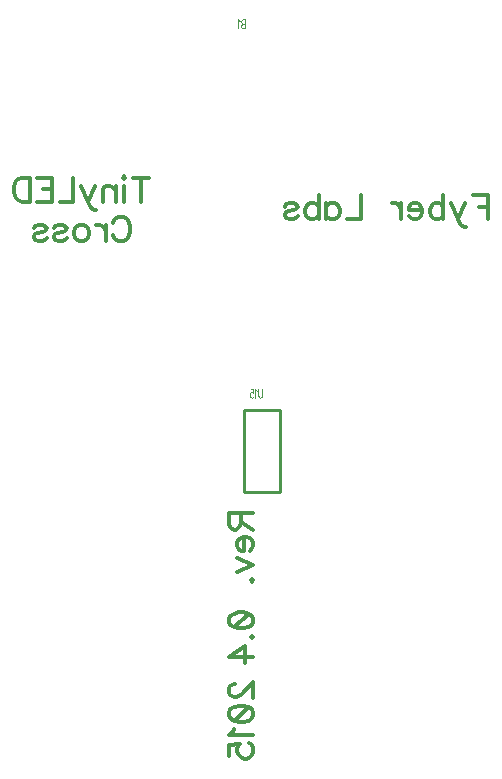
<source format=gbo>
G04 DipTrace 2.4.0.2*
%INcross.gbo*%
%MOMM*%
%ADD10C,0.25*%
%ADD56C,0.118*%
%ADD57C,0.314*%
%FSLAX53Y53*%
G04*
G71*
G90*
G75*
G01*
%LNBotSilk*%
%LPD*%
X32210Y37013D2*
D10*
X35210D1*
Y44013D1*
X32210D1*
Y37013D1*
X32279Y77056D2*
D56*
Y76290D1*
X32081D1*
X32016Y76327D1*
X31994Y76364D1*
X31972Y76436D1*
Y76545D1*
X31994Y76619D1*
X32016Y76655D1*
X32081Y76691D1*
X32016Y76728D1*
X31994Y76764D1*
X31972Y76837D1*
Y76910D1*
X31994Y76983D1*
X32016Y77020D1*
X32081Y77056D1*
X32279D1*
Y76691D2*
X32081D1*
X31831Y76909D2*
X31787Y76946D1*
X31721Y77055D1*
Y76290D1*
X33713Y45779D2*
Y45232D1*
X33691Y45123D1*
X33647Y45050D1*
X33581Y45013D1*
X33538D1*
X33472Y45050D1*
X33428Y45123D1*
X33407Y45232D1*
Y45779D1*
X33265Y45632D2*
X33221Y45669D1*
X33156Y45778D1*
Y45013D1*
X32752Y45778D2*
X32971D1*
X32992Y45450D1*
X32971Y45487D1*
X32905Y45524D1*
X32840D1*
X32774Y45487D1*
X32730Y45414D1*
X32708Y45305D1*
Y45232D1*
X32730Y45123D1*
X32774Y45049D1*
X32840Y45013D1*
X32905D1*
X32971Y45049D1*
X32992Y45086D1*
X33014Y45159D1*
X51606Y62181D2*
D57*
X52870D1*
Y60139D1*
Y61208D2*
X52093D1*
X50879Y61500D2*
X50298Y60139D1*
X50491Y59750D1*
X50686Y59555D1*
X50879Y59458D1*
X50978D1*
X49714Y61500D2*
X50298Y60139D1*
X49086Y62181D2*
Y60139D1*
Y61208D2*
X48891Y61404D1*
X48698Y61500D1*
X48406D1*
X48212Y61404D1*
X48017Y61208D1*
X47920Y60916D1*
Y60723D1*
X48017Y60431D1*
X48212Y60238D1*
X48406Y60139D1*
X48698D1*
X48891Y60238D1*
X49086Y60431D1*
X47293Y60916D2*
X46127D1*
Y61112D1*
X46224Y61307D1*
X46320Y61404D1*
X46516Y61500D1*
X46808D1*
X47001Y61404D1*
X47196Y61208D1*
X47293Y60916D1*
Y60723D1*
X47196Y60431D1*
X47001Y60238D1*
X46808Y60139D1*
X46516D1*
X46320Y60238D1*
X46127Y60431D1*
X45500Y61500D2*
Y60139D1*
Y60916D2*
X45401Y61208D1*
X45208Y61404D1*
X45012Y61500D1*
X44720D1*
X42118Y62181D2*
Y60139D1*
X40952D1*
X39159Y61500D2*
Y60139D1*
Y61208D2*
X39352Y61404D1*
X39547Y61500D1*
X39837D1*
X40033Y61404D1*
X40226Y61208D1*
X40325Y60916D1*
Y60723D1*
X40226Y60431D1*
X40033Y60238D1*
X39837Y60139D1*
X39547D1*
X39352Y60238D1*
X39159Y60431D1*
X38531Y62181D2*
Y60139D1*
Y61208D2*
X38336Y61404D1*
X38143Y61500D1*
X37851D1*
X37658Y61404D1*
X37462Y61208D1*
X37366Y60916D1*
Y60723D1*
X37462Y60431D1*
X37658Y60238D1*
X37851Y60139D1*
X38143D1*
X38336Y60238D1*
X38531Y60431D1*
X35669Y61208D2*
X35766Y61404D1*
X36058Y61500D1*
X36350D1*
X36642Y61404D1*
X36738Y61208D1*
X36642Y61015D1*
X36446Y60916D1*
X35961Y60820D1*
X35766Y60723D1*
X35669Y60528D1*
Y60431D1*
X35766Y60238D1*
X36058Y60139D1*
X36350D1*
X36642Y60238D1*
X36738Y60431D1*
X23473Y63671D2*
Y61629D1*
X24154Y63671D2*
X22793D1*
X22165D2*
X22069Y63574D1*
X21970Y63671D1*
X22069Y63770D1*
X22165Y63671D1*
X22069Y62990D2*
Y61629D1*
X21342Y62990D2*
Y61629D1*
Y62602D2*
X21050Y62894D1*
X20855Y62990D1*
X20565D1*
X20370Y62894D1*
X20273Y62602D1*
Y61629D1*
X19547Y62990D2*
X18965Y61629D1*
X19158Y61241D1*
X19354Y61045D1*
X19547Y60949D1*
X19646D1*
X18381Y62990D2*
X18965Y61629D1*
X17754Y63671D2*
Y61629D1*
X16588D1*
X14698Y63671D2*
X15961D1*
Y61629D1*
X14698D1*
X15961Y62698D2*
X15183D1*
X14071Y63671D2*
Y61629D1*
X13390D1*
X13098Y61728D1*
X12903Y61921D1*
X12806Y62117D1*
X12710Y62406D1*
Y62894D1*
X12806Y63186D1*
X12903Y63379D1*
X13098Y63574D1*
X13390Y63671D1*
X14071D1*
X31907Y35227D2*
Y34354D1*
X31808Y34062D1*
X31712Y33963D1*
X31519Y33866D1*
X31323D1*
X31130Y33963D1*
X31031Y34062D1*
X30935Y34354D1*
Y35227D1*
X32976D1*
X31907Y34547D2*
X32976Y33866D1*
X32199Y33239D2*
Y32073D1*
X32004D1*
X31808Y32170D1*
X31712Y32266D1*
X31615Y32462D1*
Y32754D1*
X31712Y32947D1*
X31907Y33142D1*
X32199Y33239D1*
X32392D1*
X32684Y33142D1*
X32877Y32947D1*
X32976Y32754D1*
Y32462D1*
X32877Y32266D1*
X32684Y32073D1*
X31615Y31446D2*
X32976Y30862D1*
X31615Y30280D1*
X32781Y29556D2*
X32880Y29652D1*
X32976Y29556D1*
X32880Y29457D1*
X32781Y29556D1*
X30937Y26270D2*
X31033Y26562D1*
X31325Y26758D1*
X31811Y26854D1*
X32103D1*
X32588Y26758D1*
X32880Y26562D1*
X32976Y26270D1*
Y26077D1*
X32880Y25785D1*
X32588Y25592D1*
X32103Y25493D1*
X31811D1*
X31325Y25592D1*
X31033Y25785D1*
X30937Y26077D1*
Y26270D1*
X31325Y25592D2*
X32588Y26758D1*
X32781Y24769D2*
X32880Y24866D1*
X32976Y24769D1*
X32880Y24670D1*
X32781Y24769D1*
X32976Y23070D2*
X30937D1*
X32296Y24043D1*
Y22585D1*
X31443Y20828D2*
X31347D1*
X31151Y20732D1*
X31055Y20635D1*
X30958Y20440D1*
Y20051D1*
X31055Y19858D1*
X31151Y19761D1*
X31347Y19662D1*
X31540D1*
X31735Y19761D1*
X32025Y19954D1*
X32998Y20927D1*
Y19566D1*
X30958Y18354D2*
X31055Y18646D1*
X31347Y18842D1*
X31832Y18938D1*
X32124D1*
X32609Y18842D1*
X32901Y18646D1*
X32998Y18354D1*
Y18161D1*
X32901Y17869D1*
X32609Y17676D1*
X32124Y17577D1*
X31832D1*
X31347Y17676D1*
X31055Y17869D1*
X30958Y18161D1*
Y18354D1*
X31347Y17676D2*
X32609Y18842D1*
X31347Y16950D2*
X31248Y16754D1*
X30958Y16462D1*
X32998D1*
X30958Y14669D2*
Y15640D1*
X31832Y15736D1*
X31735Y15640D1*
X31636Y15348D1*
Y15058D1*
X31735Y14766D1*
X31928Y14570D1*
X32220Y14474D1*
X32414D1*
X32706Y14570D1*
X32901Y14766D1*
X32998Y15058D1*
Y15348D1*
X32901Y15640D1*
X32802Y15736D1*
X32609Y15835D1*
X21107Y59853D2*
X21204Y60046D1*
X21399Y60241D1*
X21592Y60338D1*
X21981D1*
X22176Y60241D1*
X22369Y60046D1*
X22468Y59853D1*
X22565Y59561D1*
Y59073D1*
X22468Y58783D1*
X22369Y58588D1*
X22176Y58395D1*
X21981Y58296D1*
X21592D1*
X21399Y58395D1*
X21204Y58588D1*
X21107Y58783D1*
X20480Y59657D2*
Y58296D1*
Y59073D2*
X20381Y59365D1*
X20188Y59561D1*
X19992Y59657D1*
X19700D1*
X18588D2*
X18781Y59561D1*
X18976Y59365D1*
X19073Y59073D1*
Y58880D1*
X18976Y58588D1*
X18781Y58395D1*
X18588Y58296D1*
X18296D1*
X18100Y58395D1*
X17907Y58588D1*
X17808Y58880D1*
Y59073D1*
X17907Y59365D1*
X18100Y59561D1*
X18296Y59657D1*
X18588D1*
X16112Y59365D2*
X16208Y59561D1*
X16500Y59657D1*
X16792D1*
X17084Y59561D1*
X17181Y59365D1*
X17084Y59172D1*
X16889Y59073D1*
X16404Y58977D1*
X16208Y58880D1*
X16112Y58685D1*
Y58588D1*
X16208Y58395D1*
X16500Y58296D1*
X16792D1*
X17084Y58395D1*
X17181Y58588D1*
X14415Y59365D2*
X14511Y59561D1*
X14803Y59657D1*
X15095D1*
X15387Y59561D1*
X15484Y59365D1*
X15387Y59172D1*
X15192Y59073D1*
X14707Y58977D1*
X14511Y58880D1*
X14415Y58685D1*
Y58588D1*
X14511Y58395D1*
X14803Y58296D1*
X15095D1*
X15387Y58395D1*
X15484Y58588D1*
M02*

</source>
